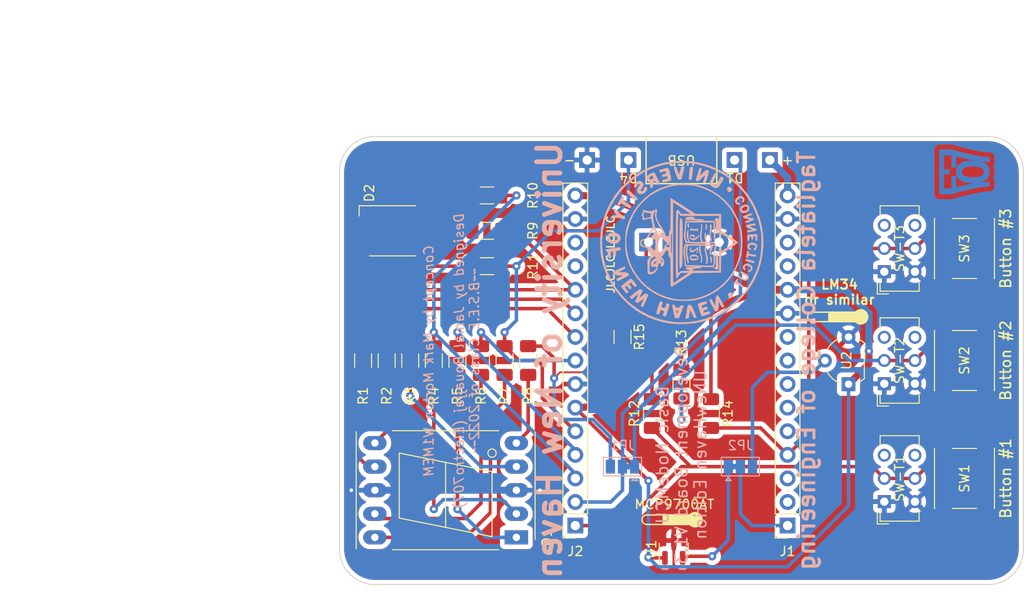
<source format=kicad_pcb>
(kicad_pcb (version 20211014) (generator pcbnew)
  (layers (0 "F.Cu" signal) (31 "B.Cu" signal) (34 "B.Paste" user) (35 "F.Paste" user) (36 "B.SilkS" user "B.Silkscreen") (37 "F.SilkS" user "F.Silkscreen") (38 "B.Mask" user) (39 "F.Mask" user) (44 "Edge.Cuts" user))
  (net 0 "")
  (net 1 "Net-(D1-Pad4)")
  (net 2 "+3V3")
  (net 3 "/BT2")
  (net 4 "/BT1")
  (net 5 "/SEGG")
  (net 6 "/SEGF")
  (net 7 "/SEGE")
  (net 8 "/SEGD")
  (net 9 "/SEGC")
  (net 10 "/SEGB")
  (net 11 "/SEGA")
  (net 12 "GND")
  (net 13 "Net-(D1-Pad2)")
  (net 14 "Net-(BZ1-Pad1)")
  (net 21 "Net-(D1-Pad5)")
  (net 22 "/TEMP")
  (net 23 "Net-(D1-Pad1)")
  (net 27 "Net-(D1-Pad9)")
  (net 28 "Net-(D1-Pad10)")
  (net 29 "Net-(D2-Pad4)")
  (net 30 "Net-(D2-Pad5)")
  (net 33 "Net-(D2-Pad6)")
  (net 34 "/BT3")
  (net 35 "Net-(D1-Pad7)")
  (net 36 "Net-(D1-Pad6)")
  (net 37 "/SEGDP")
  (net 38 "/IO-C1")
  (net 39 "Net-(JP2-Pad3)")
  (net 40 "Net-(JP2-Pad1)")
  (net 41 "/VIN")
  (footprint "CustomFootprints:SingleExternalWire" (layer "F.Cu") (at 207.645 29.845)
    (fp_text reference "J5" hide)
    (fp_text value "Conn_01x01_Female")
    (pad "1" thru_hole rect (at 0 0) (size 1.7 1.7) (drill 1) (layers *.Cu *.Mask) (net 38 "/IO-C1"))
  )
  (footprint "Resistor_SMD:R_1206_3216Metric_Pad1.30x1.75mm_HandSolder" (layer "F.Cu") (at 170.18 51.435 -90)
    (fp_text reference "R2" (at 3.81 0 90) (layer "F.SilkS"))
    (fp_text value "330")
    (pad "1" smd roundrect locked (at -1.55 0 270) (size 1.3 1.75) (layers "F.Cu" "F.Paste" "F.Mask") (roundrect_rratio 0.1923076923) (net 10 "/SEGB"))
    (pad "2" smd roundrect locked (at 1.55 0 270) (size 1.3 1.75) (layers "F.Cu" "F.Paste" "F.Mask") (roundrect_rratio 0.1923076923) (net 36 "Net-(D1-Pad6)"))
  )
  (footprint "Resistor_SMD:R_1206_3216Metric_Pad1.30x1.75mm_HandSolder" (layer "F.Cu") (at 180.975 37.465 180)
    (fp_text reference "R9" (at -4.953 0 90) (layer "F.SilkS"))
    (fp_text value "330")
    (pad "1" smd roundrect locked (at -1.55 0 180) (size 1.3 1.75) (layers "F.Cu" "F.Paste" "F.Mask") (roundrect_rratio 0.1923076923) (net 11 "/SEGA"))
    (pad "2" smd roundrect locked (at 1.55 0 180) (size 1.3 1.75) (layers "F.Cu" "F.Paste" "F.Mask") (roundrect_rratio 0.1923076923) (net 30 "Net-(D2-Pad5)"))
  )
  (footprint "Resistor_SMD:R_1206_3216Metric_Pad1.30x1.75mm_HandSolder" (layer "F.Cu") (at 182.88 51.435 -90)
    (fp_text reference "R7" (at 3.81 0 90) (layer "F.SilkS"))
    (fp_text value "330")
    (pad "1" smd roundrect locked (at -1.55 0 270) (size 1.3 1.75) (layers "F.Cu" "F.Paste" "F.Mask") (roundrect_rratio 0.1923076923) (net 5 "/SEGG"))
    (pad "2" smd roundrect locked (at 1.55 0 270) (size 1.3 1.75) (layers "F.Cu" "F.Paste" "F.Mask") (roundrect_rratio 0.1923076923) (net 28 "Net-(D1-Pad10)"))
  )
  (footprint "Logo:NPN_6x6mm" (layer "F.Cu") (at 220.98 31.115 90)
    (fp_text reference "Ref**" hide)
    (fp_text value "Val**" hide)
  )
  (footprint "Button_Switch_SMD:SW_Push_1P1T_NO_6x6mm_H9.5mm" (layer "F.Cu") (at 232.41 39.37 90)
    (fp_text reference "SW3" (at 0 0 90) (layer "F.SilkS"))
    (fp_text value "SW_Push")
    (pad "1" smd rect locked (at -3.975 -2.25 90) (size 1.55 1.3) (layers "F.Cu" "F.Paste" "F.Mask") (net 34 "/BT3"))
    (pad "1" smd rect locked (at 3.975 -2.25 90) (size 1.55 1.3) (layers "F.Cu" "F.Paste" "F.Mask") (net 34 "/BT3"))
    (pad "2" smd rect locked (at -3.975 2.25 90) (size 1.55 1.3) (layers "F.Cu" "F.Paste" "F.Mask") (net 12 "GND"))
    (pad "2" smd rect locked (at 3.975 2.25 90) (size 1.55 1.3) (layers "F.Cu" "F.Paste" "F.Mask") (net 12 "GND"))
  )
  (footprint "Button_Switch_THT:SW_CuK_JS202011CQN_DPDT_Straight" (layer "F.Cu") (at 223.775 66.635 90)
    (fp_text reference "SW-T1" (at 2.5 1.65 90) (layer "F.SilkS"))
    (fp_text value "SW_Push_DPDT")
    (pad "1" thru_hole rect locked (at 0 0 90) (size 1.4 1.4) (drill 0.9) (layers *.Cu *.Mask) (net 12 "GND"))
    (pad "2" thru_hole circle locked (at 2.5 0 90) (size 1.4 1.4) (drill 0.9) (layers *.Cu *.Mask) (net 4 "/BT1"))
    (pad "3" thru_hole circle locked (at 5 0 90) (size 1.4 1.4) (drill 0.9) (layers *.Cu *.Mask))
    (pad "4" thru_hole circle locked (at 0 3.3 90) (size 1.4 1.4) (drill 0.9) (layers *.Cu *.Mask) (net 12 "GND"))
    (pad "5" thru_hole circle locked (at 2.5 3.3 90) (size 1.4 1.4) (drill 0.9) (layers *.Cu *.Mask) (net 4 "/BT1"))
    (pad "6" thru_hole circle locked (at 5 3.3 90) (size 1.4 1.4) (drill 0.9) (layers *.Cu *.Mask))
  )
  (footprint "Resistor_SMD:R_1206_3216Metric_Pad1.30x1.75mm_HandSolder" (layer "F.Cu") (at 198.755 57.15 -90)
    (fp_text reference "R12" (at 0 1.905 90) (layer "F.SilkS"))
    (fp_text value "1k")
    (pad "1" smd roundrect locked (at -1.55 0 270) (size 1.3 1.75) (layers "F.Cu" "F.Paste" "F.Mask") (roundrect_rratio 0.1923076923) (net 2 "+3V3"))
    (pad "2" smd roundrect locked (at 1.55 0 270) (size 1.3 1.75) (layers "F.Cu" "F.Paste" "F.Mask") (roundrect_rratio 0.1923076923) (net 4 "/BT1"))
  )
  (footprint "Resistor_SMD:R_1206_3216Metric_Pad1.30x1.75mm_HandSolder" (layer "F.Cu") (at 172.72 51.435 -90)
    (fp_text reference "R3" (at 3.81 0 90) (layer "F.SilkS"))
    (fp_text value "330")
    (pad "1" smd roundrect locked (at -1.55 0 270) (size 1.3 1.75) (layers "F.Cu" "F.Paste" "F.Mask") (roundrect_rratio 0.1923076923) (net 9 "/SEGC"))
    (pad "2" smd roundrect locked (at 1.55 0 270) (size 1.3 1.75) (layers "F.Cu" "F.Paste" "F.Mask") (roundrect_rratio 0.1923076923) (net 1 "Net-(D1-Pad4)"))
  )
  (footprint "Package_TO_SOT_THT:TO-92L_Wide" (layer "F.Cu") (at 219.9225 53.985 90)
    (fp_text reference "U2" (at 2.55 -0.2125 90) (layer "F.SilkS"))
    (fp_text value "LM35-LP")
    (pad "1" thru_hole rect locked (at 0 0 90) (size 1.5 1.5) (drill 0.8) (layers *.Cu *.Mask) (net 2 "+3V3"))
    (pad "2" thru_hole circle locked (at 2.54 -2.54 90) (size 1.5 1.5) (drill 0.8) (layers *.Cu *.Mask) (net 39 "Net-(JP2-Pad3)"))
    (pad "3" thru_hole circle locked (at 5.08 0 90) (size 1.5 1.5) (drill 0.8) (layers *.Cu *.Mask) (net 12 "GND"))
  )
  (footprint "Resistor_SMD:R_1206_3216Metric_Pad1.30x1.75mm_HandSolder" (layer "F.Cu") (at 185.42 51.435 -90)
    (fp_text reference "R8" (at 3.81 0 90) (layer "F.SilkS"))
    (fp_text value "330")
    (pad "1" smd roundrect locked (at -1.55 0 270) (size 1.3 1.75) (layers "F.Cu" "F.Paste" "F.Mask") (roundrect_rratio 0.1923076923) (net 37 "/SEGDP"))
    (pad "2" smd roundrect locked (at 1.55 0 270) (size 1.3 1.75) (layers "F.Cu" "F.Paste" "F.Mask") (roundrect_rratio 0.1923076923) (net 21 "Net-(D1-Pad5)"))
  )
  (footprint "Button_Switch_THT:SW_CuK_JS202011CQN_DPDT_Straight" (layer "F.Cu") (at 223.775 41.87 90)
    (fp_text reference "SW-T3" (at 2.5 1.65 90) (layer "F.SilkS"))
    (fp_text value "SW_Push_DPDT")
    (pad "1" thru_hole rect locked (at 0 0 90) (size 1.4 1.4) (drill 0.9) (layers *.Cu *.Mask) (net 12 "GND"))
    (pad "2" thru_hole circle locked (at 2.5 0 90) (size 1.4 1.4) (drill 0.9) (layers *.Cu *.Mask) (net 34 "/BT3"))
    (pad "3" thru_hole circle locked (at 5 0 90) (size 1.4 1.4) (drill 0.9) (layers *.Cu *.Mask))
    (pad "4" thru_hole circle locked (at 0 3.3 90) (size 1.4 1.4) (drill 0.9) (layers *.Cu *.Mask) (net 12 "GND"))
    (pad "5" thru_hole circle locked (at 2.5 3.3 90) (size 1.4 1.4) (drill 0.9) (layers *.Cu *.Mask) (net 34 "/BT3"))
    (pad "6" thru_hole circle locked (at 5 3.3 90) (size 1.4 1.4) (drill 0.9) (layers *.Cu *.Mask))
  )
  (footprint "CustomFootprints:SingleExternalWire" (layer "F.Cu") (at 191.77 29.845)
    (fp_text reference "J4" hide)
    (fp_text value "Conn_01x01_Female")
    (pad "1" thru_hole rect (at 0 0) (size 1.7 1.7) (drill 1) (layers *.Cu *.Mask) (net 12 "GND"))
  )
  (footprint "Package_TO_SOT_SMD:SOT-23" (layer "F.Cu") (at 201.104 71.755 90)
    (fp_text reference "U1" (at 0 -2.4 90) (layer "F.SilkS"))
    (fp_text value "MCP9700AT-ETT")
    (pad "1" smd roundrect locked (at -0.9375 -0.95 90) (size 1.475 0.6) (layers "F.Cu" "F.Paste" "F.Mask") (net 2 "+3V3"))
    (pad "2" smd roundrect locked (at -0.9375 0.95 90) (size 1.475 0.6) (layers "F.Cu" "F.Paste" "F.Mask") (net 40 "Net-(JP2-Pad1)"))
    (pad "3" smd roundrect locked (at 0.9375 0 90) (size 1.475 0.6) (layers "F.Cu" "F.Paste" "F.Mask") (net 12 "GND"))
  )
  (footprint "Resistor_SMD:R_1206_3216Metric_Pad1.30x1.75mm_HandSolder" (layer "F.Cu") (at 205.105 57.15 -90)
    (fp_text reference "R14" (at 0 -1.82 90) (layer "F.SilkS"))
    (fp_text value "1k")
    (pad "1" smd roundrect locked (at -1.55 0 270) (size 1.3 1.75) (layers "F.Cu" "F.Paste" "F.Mask") (roundrect_rratio 0.1923076923) (net 2 "+3V3"))
    (pad "2" smd roundrect locked (at 1.55 0 270) (size 1.3 1.75) (layers "F.Cu" "F.Paste" "F.Mask") (roundrect_rratio 0.1923076923) (net 34 "/BT3"))
  )
  (footprint "Resistor_SMD:R_1206_3216Metric_Pad1.30x1.75mm_HandSolder" (layer "F.Cu") (at 201.93 53.975 -90)
    (fp_text reference "R13" (at -4.445 0 90) (layer "F.SilkS"))
    (fp_text value "1k")
    (pad "1" smd roundrect locked (at -1.55 0 270) (size 1.3 1.75) (layers "F.Cu" "F.Paste" "F.Mask") (roundrect_rratio 0.1923076923) (net 2 "+3V3"))
    (pad "2" smd roundrect locked (at 1.55 0 270) (size 1.3 1.75) (layers "F.Cu" "F.Paste" "F.Mask") (roundrect_rratio 0.1923076923) (net 3 "/BT2"))
  )
  (footprint "Resistor_SMD:R_1206_3216Metric_Pad1.30x1.75mm_HandSolder" (layer "F.Cu") (at 180.975 41.275 180)
    (fp_text reference "R11" (at -4.953 0 90) (layer "F.SilkS"))
    (fp_text value "330")
    (pad "1" smd roundrect locked (at -1.55 0 180) (size 1.3 1.75) (layers "F.Cu" "F.Paste" "F.Mask") (roundrect_rratio 0.1923076923) (net 5 "/SEGG"))
    (pad "2" smd roundrect locked (at 1.55 0 180) (size 1.3 1.75) (layers "F.Cu" "F.Paste" "F.Mask") (roundrect_rratio 0.1923076923) (net 29 "Net-(D2-Pad4)"))
  )
  (footprint "Resistor_SMD:R_1206_3216Metric_Pad1.30x1.75mm_HandSolder" (layer "F.Cu") (at 195.58 48.895 -90)
    (fp_text reference "R15" (at 0 -1.82 90) (layer "F.SilkS"))
    (fp_text value "1k")
    (pad "1" smd roundrect locked (at -1.55 0 270) (size 1.3 1.75) (layers "F.Cu" "F.Paste" "F.Mask") (roundrect_rratio 0.192308) (net 14 "Net-(BZ1-Pad1)"))
    (pad "2" smd roundrect locked (at 1.55 0 270) (size 1.3 1.75) (layers "F.Cu" "F.Paste" "F.Mask") (roundrect_rratio 0.192308) (net 37 "/SEGDP"))
  )
  (footprint "Button_Switch_SMD:SW_Push_1P1T_NO_6x6mm_H9.5mm" (layer "F.Cu") (at 232.41 64.135 90)
    (fp_text reference "SW1" (at 0 0 90) (layer "F.SilkS"))
    (fp_text value "SW_Push")
    (pad "1" smd rect locked (at 3.975 -2.25 90) (size 1.55 1.3) (layers "F.Cu" "F.Paste" "F.Mask") (net 4 "/BT1"))
    (pad "1" smd rect locked (at -3.975 -2.25 90) (size 1.55 1.3) (layers "F.Cu" "F.Paste" "F.Mask") (net 4 "/BT1"))
    (pad "2" smd rect locked (at 3.975 2.25 90) (size 1.55 1.3) (layers "F.Cu" "F.Paste" "F.Mask") (net 12 "GND"))
    (pad "2" smd rect locked (at -3.975 2.25 90) (size 1.55 1.3) (layers "F.Cu" "F.Paste" "F.Mask") (net 12 "GND"))
  )
  (footprint "CustomFootprints:SingleExternalWire" (layer "F.Cu") (at 211.455 29.845)
    (fp_text reference "J3" hide)
    (fp_text value "Conn_01x01_Female")
    (pad "1" thru_hole rect (at 0 0) (size 1.7 1.7) (drill 1) (layers *.Cu *.Mask) (net 41 "/VIN"))
  )
  (footprint "CustomFootprints:SingleExternalWire" (layer "F.Cu") (at 196.215 29.845)
    (fp_text reference "J6" hide)
    (fp_text value "Conn_01x01_Female")
    (pad "1" thru_hole rect (at 0 0) (size 1.7 1.7) (drill 1) (layers *.Cu *.Mask) (net 5 "/SEGG"))
  )
  (footprint "Resistor_SMD:R_1206_3216Metric_Pad1.30x1.75mm_HandSolder" (layer "F.Cu") (at 180.34 51.435 -90)
    (fp_text reference "R6" (at 3.81 0 90) (layer "F.SilkS"))
    (fp_text value "330")
    (pad "1" smd roundrect locked (at -1.55 0 270) (size 1.3 1.75) (layers "F.Cu" "F.Paste" "F.Mask") (roundrect_rratio 0.1923076923) (net 6 "/SEGF"))
    (pad "2" smd roundrect locked (at 1.55 0 270) (size 1.3 1.75) (layers "F.Cu" "F.Paste" "F.Mask") (roundrect_rratio 0.1923076923) (net 27 "Net-(D1-Pad9)"))
  )
  (footprint "Resistor_SMD:R_1206_3216Metric_Pad1.30x1.75mm_HandSolder" (layer "F.Cu") (at 180.975 33.655 180)
    (fp_text reference "R10" (at -4.953 0 90) (layer "F.SilkS"))
    (fp_text value "330")
    (pad "1" smd roundrect locked (at -1.55 0 180) (size 1.3 1.75) (layers "F.Cu" "F.Paste" "F.Mask") (roundrect_rratio 0.1923076923) (net 8 "/SEGD"))
    (pad "2" smd roundrect locked (at 1.55 0 180) (size 1.3 1.75) (layers "F.Cu" "F.Paste" "F.Mask") (roundrect_rratio 0.1923076923) (net 33 "Net-(D2-Pad6)"))
  )
  (footprint "Resistor_SMD:R_1206_3216Metric_Pad1.30x1.75mm_HandSolder" (layer "F.Cu") (at 167.64 51.435 -90)
    (fp_text reference "R1" (at 3.81 0 -90) (layer "F.SilkS"))
    (fp_text value "330")
    (pad "1" smd roundrect locked (at -1.55 0 270) (size 1.3 1.75) (layers "F.Cu" "F.Paste" "F.Mask") (roundrect_rratio 0.1923076923) (net 11 "/SEGA"))
    (pad "2" smd roundrect locked (at 1.55 0 270) (size 1.3 1.75) (layers "F.Cu" "F.Paste" "F.Mask") (roundrect_rratio 0.1923076923) (net 35 "Net-(D1-Pad7)"))
  )
  (footprint "LED_SMD:LED_RGB_5050-6" (layer "F.Cu") (at 170.815 37.465)
    (fp_text reference "D2" (at -2.5 -4.064 270) (layer "F.SilkS"))
    (fp_text value "LED_RGB")
    (pad "1" smd rect locked (at -2.4 -1.7 90) (size 1.1 2) (layers "F.Cu" "F.Paste" "F.Mask") (net 12 "GND"))
    (pad "2" smd rect locked (at -2.4 0 90) (size 1.1 2) (layers "F.Cu" "F.Paste" "F.Mask") (net 12 "GND"))
    (pad "3" smd rect locked (at -2.4 1.7 90) (size 1.1 2) (layers "F.Cu" "F.Paste" "F.Mask") (net 12 "GND"))
    (pad "4" smd rect locked (at 2.4 1.7 90) (size 1.1 2) (layers "F.Cu" "F.Paste" "F.Mask") (net 29 "Net-(D2-Pad4)"))
    (pad "5" smd rect locked (at 2.4 0 90) (size 1.1 2) (layers "F.Cu" "F.Paste" "F.Mask") (net 30 "Net-(D2-Pad5)"))
    (pad "6" smd rect locked (at 2.4 -1.7 90) (size 1.1 2) (layers "F.Cu" "F.Paste" "F.Mask") (net 33 "Net-(D2-Pad6)"))
  )
  (footprint "Connector_PinSocket_2.54mm:PinSocket_1x15_P2.54mm_Vertical" (layer "F.Cu") (at 213.36 69.215 180)
    (fp_text reference "J1" (at 0 -2.77 180) (layer "F.SilkS"))
    (fp_text value "Conn_01x15_Female")
    (pad "1" thru_hole rect locked (at 0 0 180) (size 1.7 1.7) (drill 1) (layers *.Cu *.Mask) (net 22 "/TEMP"))
    (pad "2" thru_hole oval locked (at 0 2.54 180) (size 1.7 1.7) (drill 1) (layers *.Cu *.Mask))
    (pad "3" thru_hole oval locked (at 0 5.08 180) (size 1.7 1.7) (drill 1) (layers *.Cu *.Mask))
    (pad "4" thru_hole oval locked (at 0 7.62 180) (size 1.7 1.7) (drill 1) (layers *.Cu *.Mask) (net 34 "/BT3"))
    (pad "5" thru_hole oval locked (at 0 10.16 180) (size 1.7 1.7) (drill 1) (layers *.Cu *.Mask))
    (pad "6" thru_hole oval locked (at 0 12.7 180) (size 1.7 1.7) (drill 1) (layers *.Cu *.Mask))
    (pad "7" thru_hole oval locked (at 0 15.24 180) (size 1.7 1.7) (drill 1) (layers *.Cu *.Mask))
    (pad "8" thru_hole oval locked (at 0 17.78 180) (size 1.7 1.7) (drill 1) (layers *.Cu *.Mask))
    (pad "9" thru_hole oval locked (at 0 20.32 180) (size 1.7 1.7) (drill 1) (layers *.Cu *.Mask))
    (pad "10" thru_hole oval locked (at 0 22.86 180) (size 1.7 1.7) (drill 1) (layers *.Cu *.Mask) (net 12 "GND"))
    (pad "11" thru_hole oval locked (at 0 25.4 180) (size 1.7 1.7) (drill 1) (layers *.Cu *.Mask) (net 2 "+3V3"))
    (pad "12" thru_hole oval locked (at 0 27.94 180) (size 1.7 1.7) (drill 1) (layers *.Cu *.Mask))
    (pad "13" thru_hole oval locked (at 0 30.48 180) (size 1.7 1.7) (drill 1) (layers *.Cu *.Mask))
    (pad "14" thru_hole oval locked (at 0 33.02 180) (size 1.7 1.7) (drill 1) (layers *.Cu *.Mask) (net 12 "GND"))
    (pad "15" thru_hole oval locked (at 0 35.56 180) (size 1.7 1.7) (drill 1) (layers *.Cu *.Mask) (net 41 "/VIN"))
  )
  (footprint "Connector_PinSocket_2.54mm:PinSocket_1x15_P2.54mm_Vertical" (layer "F.Cu") (at 190.5 69.215 180)
    (fp_text reference "J2" (at 0 -2.77 180) (layer "F.SilkS"))
    (fp_text value "Conn_01x15_Female")
    (pad "1" thru_hole rect locked (at 0 0 180) (size 1.7 1.7) (drill 1) (layers *.Cu *.Mask) (net 4 "/BT1"))
    (pad "2" thru_hole oval locked (at 0 2.54 180) (size 1.7 1.7) (drill 1) (layers *.Cu *.Mask) (net 38 "/IO-C1"))
    (pad "3" thru_hole oval locked (at 0 5.08 180) (size 1.7 1.7) (drill 1) (layers *.Cu *.Mask) (net 8 "/SEGD"))
    (pad "4" thru_hole oval locked (at 0 7.62 180) (size 1.7 1.7) (drill 1) (layers *.Cu *.Mask) (net 7 "/SEGE"))
    (pad "5" thru_hole oval locked (at 0 10.16 180) (size 1.7 1.7) (drill 1) (layers *.Cu *.Mask) (net 5 "/SEGG"))
    (pad "6" thru_hole oval locked (at 0 12.7 180) (size 1.7 1.7) (drill 1) (layers *.Cu *.Mask) (net 2 "+3V3"))
    (pad "7" thru_hole oval locked (at 0 15.24 180) (size 1.7 1.7) (drill 1) (layers *.Cu *.Mask) (net 12 "GND"))
    (pad "8" thru_hole oval locked (at 0 17.78 180) (size 1.7 1.7) (drill 1) (layers *.Cu *.Mask) (net 6 "/SEGF"))
    (pad "9" thru_hole oval locked (at 0 20.32 180) (size 1.7 1.7) (drill 1) (layers *.Cu *.Mask) (net 9 "/SEGC"))
    (pad "10" thru_hole oval locked (at 0 22.86 180) (size 1.7 1.7) (drill 1) (layers *.Cu *.Mask) (net 10 "/SEGB"))
    (pad "11" thru_hole oval locked (at 0 25.4 180) (size 1.7 1.7) (drill 1) (layers *.Cu *.Mask) (net 11 "/SEGA"))
    (pad "12" thru_hole oval locked (at 0 27.94 180) (size 1.7 1.7) (drill 1) (layers *.Cu *.Mask))
    (pad "13" thru_hole oval locked (at 0 30.48 180) (size 1.7 1.7) (drill 1) (layers *.Cu *.Mask))
    (pad "14" thru_hole oval locked (at 0 33.02 180) (size 1.7 1.7) (drill 1) (layers *.Cu *.Mask) (net 12 "GND"))
    (pad "15" thru_hole oval locked (at 0 35.56 180) (size 1.7 1.7) (drill 1) (layers *.Cu *.Mask) (net 2 "+3V3"))
  )
  (footprint "Resistor_SMD:R_1206_3216Metric_Pad1.30x1.75mm_HandSolder" (layer "F.Cu") (at 175.26 51.435 -90)
    (fp_text reference "R4" (at 3.81 0 90) (layer "F.SilkS"))
    (fp_text value "330")
    (pad "1" smd roundrect locked (at -1.55 0 270) (size 1.3 1.75) (layers "F.Cu" "F.Paste" "F.Mask") (roundrect_rratio 0.1923076923) (net 8 "/SEGD"))
    (pad "2" smd roundrect locked (at 1.55 0 270) (size 1.3 1.75) (layers "F.Cu" "F.Paste" "F.Mask") (roundrect_rratio 0.1923076923) (net 13 "Net-(D1-Pad2)"))
  )
  (footprint "Resistor_SMD:R_1206_3216Metric_Pad1.30x1.75mm_HandSolder" (layer "F.Cu") (at 177.8 51.435 -90)
    (fp_text reference "R5" (at 3.81 0 90) (layer "F.SilkS"))
    (fp_text value "330")
    (pad "1" smd roundrect locked (at -1.55 0 270) (size 1.3 1.75) (layers "F.Cu" "F.Paste" "F.Mask") (roundrect_rratio 0.1923076923) (net 7 "/SEGE"))
    (pad "2" smd roundrect locked (at 1.55 0 270) (size 1.3 1.75) (layers "F.Cu" "F.Paste" "F.Mask") (roundrect_rratio 0.1923076923) (net 23 "Net-(D1-Pad1)"))
  )
  (footprint "Button_Switch_SMD:SW_Push_1P1T_NO_6x6mm_H9.5mm" (layer "F.Cu") (at 232.41 51.435 90)
    (fp_text reference "SW2" (at 0 0 90) (layer "F.SilkS"))
    (fp_text value "SW_Push")
    (pad "1" smd rect locked (at 3.975 -2.25 90) (size 1.55 1.3) (layers "F.Cu" "F.Paste" "F.Mask") (net 3 "/BT2"))
    (pad "1" smd rect locked (at -3.975 -2.25 90) (size 1.55 1.3) (layers "F.Cu" "F.Paste" "F.Mask") (net 3 "/BT2"))
    (pad "2" smd rect locked (at -3.975 2.25 90) (size 1.55 1.3) (layers "F.Cu" "F.Paste" "F.Mask") (net 12 "GND"))
    (pad "2" smd rect locked (at 3.975 2.25 90) (size 1.55 1.3) (layers "F.Cu" "F.Paste" "F.Mask") (net 12 "GND"))
  )
  (footprint "Display_7Segment:7SegmentLED_LTS6760_LTS6780" (layer "F.Cu") (at 184.15 70.485 180)
    (fp_text reference "D1" (at -3.302 0 90) (layer "F.SilkS"))
    (fp_text value "SM420561N")
    (pad "1" thru_hole rect locked (at 0 0 90) (size 1.524 2.524) (drill 0.8) (layers *.Cu *.Mask) (net 23 "Net-(D1-Pad1)"))
    (pad "2" thru_hole oval locked (at 0 2.54 90) (size 1.524 2.524) (drill 0.8) (layers *.Cu *.Mask) (net 13 "Net-(D1-Pad2)"))
    (pad "3" thru_hole oval locked (at 0 5.08 90) (size 1.524 2.524) (drill 0.8) (layers *.Cu *.Mask) (net 12 "GND"))
    (pad "4" thru_hole oval locked (at 0 7.62 90) (size 1.524 2.524) (drill 0.8) (layers *.Cu *.Mask) (net 1 "Net-(D1-Pad4)"))
    (pad "5" thru_hole oval locked (at 0 10.16 90) (size 1.524 2.524) (drill 0.8) (layers *.Cu *.Mask) (net 21 "Net-(D1-Pad5)"))
    (pad "6" thru_hole oval locked (at 15.24 10.16 90) (size 1.524 2.524) (drill 0.8) (layers *.Cu *.Mask) (net 36 "Net-(D1-Pad6)"))
    (pad "7" thru_hole oval locked (at 15.24 7.62 90) (size 1.524 2.524) (drill 0.8) (layers *.Cu *.Mask) (net 35 "Net-(D1-Pad7)"))
    (pad "8" thru_hole oval locked (at 15.24 5.08 90) (size 1.524 2.524) (drill 0.8) (layers *.Cu *.Mask) (net 12 "GND"))
    (pad "9" thru_hole oval locked (at 15.24 2.54 90) (size 1.524 2.524) (drill 0.8) (layers *.Cu *.Mask) (net 27 "Net-(D1-Pad9)"))
    (pad "10" thru_hole oval locked (at 15.24 0 90) (size 1.524 2.524) (drill 0.8) (layers *.Cu *.Mask) (net 28 "Net-(D1-Pad10)"))
  )
  (footprint "Button_Switch_THT:SW_CuK_JS202011CQN_DPDT_Straight" (layer "F.Cu") (at 223.775 53.935 90)
    (fp_text reference "SW-T2" (at 2.5 1.65 90) (layer "F.SilkS"))
    (fp_text value "SW_Push_DPDT")
    (pad "1" thru_hole rect locked (at 0 0 90) (size 1.4 1.4) (drill 0.9) (layers *.Cu *.Mask) (net 12 "GND"))
    (pad "2" thru_hole circle locked (at 2.5 0 90) (size 1.4 1.4) (drill 0.9) (layers *.Cu *.Mask) (net 3 "/BT2"))
    (pad "3" thru_hole circle locked (at 5 0 90) (size 1.4 1.4) (drill 0.9) (layers *.Cu *.Mask))
    (pad "4" thru_hole circle locked (at 0 3.3 90) (size 1.4 1.4) (drill 0.9) (layers *.Cu *.Mask) (net 12 "GND"))
    (pad "5" thru_hole circle locked (at 2.5 3.3 90) (size 1.4 1.4) (drill 0.9) (layers *.Cu *.Mask) (net 3 "/BT2"))
    (pad "6" thru_hole circle locked (at 5 3.3 90) (size 1.4 1.4) (drill 0.9) (layers *.Cu *.Mask))
  )
  (footprint "Logo:NPN_6x6mm" (layer "B.Cu") (at 220.98 71.755 -90)
    (fp_text reference "Ref**" hide)
    (fp_text value "Val**" hide)
  )
  (footprint "Jumper:SolderJumper-3_P1.3mm_Bridged12_Pad1.0x1.5mm" (layer "B.Cu") (at 195.58 62.865 180)
    (fp_text reference "JP1" (at 0 2.286) (layer "B.SilkS") (effects (justify mirror)))
    (fp_text value "SolderJumper_3_Bridged12")
    (fp_poly (pts (xy -0.9 0.3) (xy -0.4 0.3) (xy -0.4 -0.3) (xy -0.9 -0.3)) (layer "B.Cu") (width 0) (fill solid))
    (pad "1" smd rect locked (at -1.3 0 180) (size 1 1.5) (layers "B.Cu" "B.Mask") (net 3 "/BT2"))
    (pad "2" smd rect locked (at 0 0 180) (size 1 1.5) (layers "B.Cu" "B.Mask") (net 38 "/IO-C1"))
    (pad "3" smd rect locked (at 1.3 0 180) (size 1 1.5) (layers "B.Cu" "B.Mask") (net 37 "/SEGDP"))
  )
  (footprint "Jumper:SolderJumper-3_P1.3mm_Bridged12_Pad1.0x1.5mm" (layer "B.Cu") (at 208.28 62.865)
    (fp_text reference "JP2" (at 0 -2.286) (layer "B.SilkS") (effects (justify mirror)))
    (fp_text value "SolderJumper_3_Bridged12")
    (fp_poly (pts (xy -0.9 0.3) (xy -0.4 0.3) (xy -0.4 -0.3) (xy -0.9 -0.3)) (layer "B.Cu") (width 0) (fill solid))
    (pad "1" smd rect (at -1.3 0) (size 1 1.5) (layers "B.Cu" "B.Mask") (net 40 "Net-(JP2-Pad1)"))
    (pad "2" smd rect (at 0 0) (size 1 1.5) (layers "B.Cu" "B.Mask") (net 22 "/TEMP"))
    (pad "3" smd rect (at 1.3 0) (size 1 1.5) (layers "B.Cu" "B.Mask") (net 39 "Net-(JP2-Pad3)"))
  )
  (footprint "Buzzer_Beeper:Buzzer_12x9.5RM7.6" (layer "B.Cu") (at 198.384008 38.6842)
    (fp_text reference "BZ1" hide)
    (fp_text value "Buzzer")
    (pad "1" thru_hole rect (at 0 0) (size 2 2) (drill 1) (layers *.Cu *.Mask) (net 14 "Net-(BZ1-Pad1)"))
    (pad "2" thru_hole circle (at 7.6 0) (size 2 2) (drill 1) (layers *.Cu *.Mask) (net 12 "GND"))
  )
  (footprint "Logo:new_707_logo_6x6.6" (layer "B.Cu") (at 232.41 31.115 -90)
    (fp_text reference "G***" hide)
    (fp_text value "LOGO" hide)
    (fp_poly (pts (xy 2.41819 1.372249) (xy 2.396664 1.305673) (xy 2.379427 1.250958) (xy 2.359666 1.185745) (xy 2.337697 1.111195) (xy 2.313836 1.028468) (xy 2.288401 0.938727) (xy 2.261706 0.843133) (xy 2.23407 0.742846) (xy 2.205808 0.639029) (xy 2.177237 0.532842) (xy 2.148673 0.425447) (xy 2.120432 0.318004) (xy 2.092833 0.211677) (xy 2.066189 0.107624) (xy 2.040819 0.007009) (xy 2.021235 -0.071924) (xy 1.956662 -0.339246) (xy 1.897184 -0.595728) (xy 1.842798 -0.841394) (xy 1.793498 -1.076268) (xy 1.749281 -1.300375) (xy 1.710143 -1.513739) (xy 1.67608 -1.716382) (xy 1.647087 -1.90833) (xy 1.62316 -2.089605) (xy 1.604295 -2.260233) (xy 1.590488 -2.420237) (xy 1.581735 -2.569641) (xy 1.580429 -2.602705) (xy 1.576303 -2.718214) (xy 1.062083 -2.718214) (xy 1.062141 -2.638708) (xy 1.063324 -2.554964) (xy 1.066776 -2.461521) (xy 1.072519 -2.358057) (xy 1.080578 -2.24425) (xy 1.090976 -2.119777) (xy 1.103737 -1.984317) (xy 1.118885 -1.837546) (xy 1.125272 -1.778743) (xy 1.125539 -1.770387) (xy 1.123318 -1.772036) (xy 1.118434 -1.784104) (xy 1.110713 -1.807007) (xy 1.102458 -1.833145) (xy 1.058045 -1.961649) (xy 1.007753 -2.079761) (xy 0.951491 -2.187601) (xy 0.889168 -2.285291) (xy 0.820694 -2.37295) (xy 0.745978 -2.4507) (xy 0.664929 -2.51866) (xy 0.577456 -2.576952) (xy 0.519041 -2.60875) (xy 0.438495 -2.644961) (xy 0.356109 -2.673463) (xy 0.270069 -2.694638) (xy 0.178559 -2.708869) (xy 0.079767 -2.716538) (xy 0 -2.718214) (xy -0.105586 -2.715192) (xy -0.202524 -2.705874) (xy -0.29261 -2.68988) (xy -0.377636 -2.666833) (xy -0.459397 -2.636355) (xy -0.518914 -2.608763) (xy -0.575805 -2.578348) (xy -0.626451 -2.546848) (xy -0.674082 -2.511916) (xy -0.721928 -2.471205) (xy -0.767136 -2.42838) (xy -0.837043 -2.352516) (xy -0.900815 -2.268394) (xy -0.958772 -2.175448) (xy -1.011234 -2.073109) (xy -1.058521 -1.96081) (xy -1.100951 -1.837985) (xy -1.102459 -1.833145) (xy -1.112554 -1.801355) (xy -1.119673 -1.780729) (xy -1.123992 -1.770853) (xy -1.125683 -1.77131) (xy -1.125272 -1.778743) (xy -1.109211 -1.929896) (xy -1.095546 -2.069616) (xy -1.084253 -2.198226) (xy -1.075308 -2.316048) (xy -1.068687 -2.423404) (xy -1.064368 -2.520617) (xy -1.062325 -2.608009) (xy -1.062141 -2.638708) (xy -1.062084 -2.718214) (xy -1.578125 -2.718214) (xy -1.578212 -2.66871) (xy -1.578816 -2.634732) (xy -1.580429 -2.591312) (xy -1.582904 -2.540957) (xy -1.586093 -2.486169) (xy -1.589848 -2.429455) (xy -1.594021 -2.373318) (xy -1.598464 -2.320262) (xy -1.599378 -2.310182) (xy -1.6157 -2.152954) (xy -1.636703 -1.985137) (xy -1.6623 -1.807156) (xy -1.674009 -1.734137) (xy -1.13409 -1.734137) (xy -1.131894 -1.739076) (xy -1.130089 -1.738137) (xy -1.129371 -1.731016) (xy -1.130089 -1.730137) (xy -1.133657 -1.73096) (xy -1.13409 -1.734137) (xy -1.674009 -1.734137) (xy -1.692403 -1.619436) (xy -1.726926 -1.422401) (xy -1.76578 -1.216477) (xy -1.80888 -1.002087) (xy -1.856137 -0.779656) (xy -1.907464 -0.549609) (xy -1.962775 -0.312371) (xy -2.021982 -0.068366) (xy -2.084998 0.181981) (xy -2.151735 0.438246) (xy -2.203089 0.630049) (xy -2.219704 0.690959) (xy -2.237759 0.756343) (xy -2.256807 0.824641) (xy -2.276402 0.894294) (xy -2.296098 0.963742) (xy -2.315448 1.031426) (xy -2.334005 1.095787) (xy -2.351324 1.155264) (xy -2.366958 1.208298) (xy -2.38046 1.25333) (xy -2.391384 1.2888) (xy -2.394035 1.297164) (xy -2.418191 1.372723) (xy -2.418191 2.202173) (xy -1.782141 2.202173) (xy -1.782141 1.39811) (xy -0.462037 1.39811) (xy -0.462037 0.882069) (xy -1.654092 0.882069) (xy -1.633705 0.811564) (xy -1.612682 0.736506) (xy -1.589905 0.650823) (xy -1.565654 0.555718) (xy -1.540209 0.452391) (xy -1.513853 0.342047) (xy -1.486865 0.225886) (xy -1.459526 0.10511) (xy -1.432117 -0.019077) (xy -1.404919 -0.145475) (xy -1.378213 -0.27288) (xy -1.362191 -0.351028) (xy -1.352471 -0.399569) (xy -1.341455 -0.455802) (xy -1.329457 -0.518034) (xy -1.31679 -0.584571) (xy -1.303767 -0.65372) (xy -1.290703 -0.723787) (xy -1.277909 -0.79308) (xy -1.265701 -0.859905) (xy -1.25439 -0.922568) (xy -1.244291 -0.979376) (xy -1.235718 -1.028636) (xy -1.228983 -1.068654) (xy -1.226416 -1.084586) (xy -1.222177 -1.111285) (xy -1.218678 -1.132997) (xy -1.216301 -1.147371) (xy -1.215433 -1.152091) (xy -1.215361 -1.1463) (xy -1.215293 -1.129757) (xy -1.215233 -1.103716) (xy -1.215182 -1.069426) (xy -1.215141 -1.028139) (xy -1.215113 -0.981104) (xy -1.215098 -0.929573) (xy -1.215096 -0.904572) (xy -1.215015 -0.871861) (xy -0.578397 -0.871861) (xy -0.578368 -0.935562) (xy -0.577835 -0.998034) (xy -0.576798 -1.057076) (xy -0.575256 -1.110484) (xy -0.57321 -1.156055) (xy -0.570978 -1.188094) (xy -0.556224 -1.321629) (xy -0.536432 -1.444449) (xy -0.511613 -1.556531) (xy -0.481779 -1.657853) (xy -0.446943 -1.748394) (xy -0.407116 -1.82813) (xy -0.36231 -1.89704) (xy -0.312538 -1.955102) (xy -0.25781 -2.002293) (xy -0.198138 -2.038592) (xy -0.133536 -2.063975) (xy -0.09602 -2.073253) (xy -0.050254 -2.07936) (xy 0.001035 -2.081273) (xy 0.052118 -2.078981) (xy 0.09136 -2.073667) (xy 0.159442 -2.054712) (xy 0.222489 -2.024867) (xy 0.2805 -1.984133) (xy 0.333473 -1.932515) (xy 0.381405 -1.870017) (xy 0.424295 -1.796641) (xy 0.452373 -1.734137) (xy 1.128089 -1.734137) (xy 1.130284 -1.739076) (xy 1.132089 -1.738137) (xy 1.132807 -1.731016) (xy 1.132089 -1.730137) (xy 1.128522 -1.73096) (xy 1.128089 -1.734137) (xy 0.452373 -1.734137) (xy 0.462142 -1.712392) (xy 0.494942 -1.617273) (xy 0.522695 -1.511286) (xy 0.545397 -1.394437) (xy 0.563049 -1.266728) (xy 0.570935 -1.188094) (xy 0.573405 -1.151406) (xy 0.575377 -1.104927) (xy 0.576849 -1.050857) (xy 0.577823 -0.991397) (xy 0.578297 -0.928746) (xy 0.578272 -0.865104) (xy 0.577749 -0.802671) (xy 0.576726 -0.743647) (xy 0.575204 -0.690232) (xy 0.573183 -0.644626) (xy 0.570935 -0.612049) (xy 0.556355 -0.479006) (xy 0.536862 -0.356852) (xy 0.512432 -0.245519) (xy 0.48304 -0.144936) (xy 0.448665 -0.055034) (xy 0.409281 0.024256) (xy 0.364867 0.093006) (xy 0.315398 0.151283) (xy 0.31284 0.153874) (xy 0.257941 0.201361) (xy 0.198552 0.237786) (xy 0.134369 0.263275) (xy 0.06509 0.277952) (xy 0 0.282022) (xy -0.074317 0.276576) (xy -0.143596 0.260237) (xy -0.207838 0.233005) (xy -0.267042 0.194882) (xy -0.321209 0.145866) (xy -0.370339 0.085958) (xy -0.414431 0.015158) (xy -0.453485 -0.066535) (xy -0.487502 -0.159119) (xy -0.516481 -0.262595) (xy -0.540422 -0.376962) (xy -0.559325 -0.502222) (xy -0.570978 -0.612049) (xy -0.57347 -0.648842) (xy -0.575458 -0.695424) (xy -0.576942 -0.749589) (xy -0.577922 -0.809136) (xy -0.578397 -0.871861) (xy -1.215015 -0.871861) (xy -1.214898 -0.82518) (xy -1.214226 -0.755741) (xy -1.212967 -0.694214) (xy -1.211005 -0.638555) (xy -1.208226 -0.586722) (xy -1.204515 -0.536674) (xy -1.199758 -0.486368) (xy -1.193839 -0.433761) (xy -1.186645 -0.376812) (xy -1.184599 -0.361397) (xy -1.160031 -0.208353) (xy -1.128529 -0.064457) (xy -1.090144 0.07015) (xy -1.044928 0.195327) (xy -0.992933 0.310934) (xy -0.934209 0.41683) (xy -0.868809 0.512876) (xy -0.8588 0.525945) (xy -0.833528 0.556539) (xy -0.802865 0.590706) (xy -0.769514 0.625669) (xy -0.73618 0.65865) (xy -0.705566 0.68687) (xy -0.687054 0.70242) (xy -0.601033 0.762983) (xy -0.508032 0.814086) (xy -0.408848 0.855413) (xy -0.304273 0.886649) (xy -0.195102 0.907477) (xy -0.160749 0.911739) (xy -0.123095 0.914741) (xy -0.076914 0.916737) (xy -0.025639 0.917727) (xy 0.027298 0.917711) (xy 0.078465 0.916689) (xy 0.124429 0.914662) (xy 0.160749 0.911739) (xy 0.273215 0.893972) (xy 0.379749 0.865814) (xy 0.480274 0.827347) (xy 0.574716 0.778654) (xy 0.663001 0.719817) (xy 0.745051 0.65092) (xy 0.820794 0.572043) (xy 0.890153 0.483272) (xy 0.953054 0.384687) (xy 1.009422 0.276372) (xy 1.059181 0.158409) (xy 1.102256 0.03088) (xy 1.138573 -0.10613) (xy 1.155145 -0.183015) (xy 1.169905 -0.261514) (xy 1.182255 -0.337648) (xy 1.192356 -0.413346) (xy 1.20037 -0.490535) (xy 1.206457 -0.571143) (xy 1.210779 -0.657099) (xy 1.213496 -0.750329) (xy 1.214769 -0.852763) (xy 1.214912 -0.8989) (xy 1.215095 -1.152749) (xy 1.225683 -1.087915) (xy 1.243951 -0.979149) (xy 1.264227 -0.864046) (xy 1.28626 -0.743771) (xy 1.3098 -0.61949) (xy 1.334598 -0.492369) (xy 1.360403 -0.363574) (xy 1.386966 -0.234271) (xy 1.414036 -0.105625) (xy 1.441363 0.021197) (xy 1.468697 0.145031) (xy 1.495789 0.264709) (xy 1.522388 0.379067) (xy 1.548244 0.486938) (xy 1.573107 0.587156) (xy 1.596728 0.678556) (xy 1.618856 0.759972) (xy 1.631333 0.803615) (xy 1.654266 0.882069) (xy 0.462036 0.882069) (xy 0.462036 1.39811) (xy 1.78214 1.39811) (xy 1.78214 2.202173) (xy 0.25802 2.202173) (xy 0.25802 1.602126) (xy -0.258021 1.602126) (xy -0.258021 2.202173) (xy -1.782141 2.202173) (xy -2.418191 2.202173) (xy -2.418191 2.718214) (xy 2.41819 2.718214) (xy 2.41819 1.372249)) (layer "B.Cu") (width 0.01) (fill solid))
  )
  (footprint "LOGO" (layer "B.Cu") (at 201.93 38.735 -90)
    (fp_text reference "G***" hide)
    (fp_text value "LOGO" hide)
  )
  (gr_arc (start 216.027 47.244) (mid 215.519 46.736) (end 216.027 46.228) (layer "F.SilkS") (width 0.15))
  (gr_circle (center 203.3905 68.58) (end 203.3905 67.818) (layer "F.SilkS") (width 0.15) (fill solid))
  (gr_arc (start 198.1835 69.088) (mid 197.6755 68.58) (end 198.1835 68.072) (layer "F.SilkS") (width 0.15))
  (gr_line (start 216.027 47.244) (end 220.853 47.244) (layer "F.SilkS") (width 0.15))
  (gr_line (start 205.74 32.385) (end 205.74 27.305) (layer "F.SilkS") (width 0.15))
  (gr_line (start 198.1835 68.072) (end 203.1365 68.072) (layer "F.SilkS") (width 0.15))
  (gr_circle (center 221.234 46.736) (end 221.234 45.974) (layer "F.SilkS") (width 0.15) (fill solid))
  (gr_line (start 216.027 46.228) (end 220.98 46.228) (layer "F.SilkS") (width 0.15))
  (gr_line (start 198.12 32.385) (end 205.74 32.385) (layer "F.SilkS") (width 0.15))
  (gr_line (start 198.12 27.305) (end 198.12 32.385) (layer "F.SilkS") (width 0.15))
  (gr_rect (start 199.9615 69.088) (end 203.3905 68.072) (layer "F.SilkS") (width 0.15) (fill solid))
  (gr_line (start 198.1835 69.088) (end 203.0095 69.088) (layer "F.SilkS") (width 0.15))
  (gr_rect (start 217.805 47.244) (end 221.234 46.228) (layer "F.SilkS") (width 0.15) (fill solid))
  (gr_arc (start 234.95 27.305) (mid 237.644077 28.420923) (end 238.76 31.115) (layer "Edge.Cuts") (width 0.1))
  (gr_line (start 234.95 27.305) (end 168.91 27.305) (layer "Edge.Cuts") (width 0.1))
  (gr_arc (start 238.76 71.755) (mid 237.644077 74.449077) (end 234.95 75.565) (layer "Edge.Cuts") (width 0.1))
  (gr_line (start 238.76 71.755) (end 238.76 31.115) (layer "Edge.Cuts") (width 0.1))
  (gr_arc (start 165.1 31.115) (mid 166.215923 28.420923) (end 168.91 27.305) (layer "Edge.Cuts") (width 0.1))
  (gr_line (start 168.91 75.565) (end 234.95 75.565) (layer "Edge.Cuts") (width 0.1))
  (gr_arc (start 168.91 75.565) (mid 166.215923 74.449077) (end 165.1 71.755) (layer "Edge.Cuts") (width 0.1))
  (gr_line (start 165.1 31.115) (end 165.1 71.755) (layer "Edge.Cuts") (width 0.1))
  (gr_text "Basic NodeMCU\nDevelopment Board V1.3\nUNewHaven Edition" (at 201.93 61.595 90) (layer "B.SilkS") (effects (font (size 1.27 1.27) (thickness 0.1778)) (justify mirror)))
  (gr_text "University of New Haven" (at 187.706 51.435 90) (layer "B.SilkS") (effects (font (size 2.54 2.54) (thickness 0.508)) (justify mirror)))
  (gr_text "Concept by Mark Morton W1MEM\n\nDesigned by Jamal Bouajjaj (Electro707)\n~~B.S.E.E Class of 2022~~" (at 177.165 51.435 90) (layer "B.SilkS") (effects (font (size 1.016 1.016) (thickness 0.1524) italic) (justify mirror)))
  (gr_text "Tagliatela College of Engineering" (at 215.392 51.435 90) (layer "B.SilkS") (effects (font (size 1.778 1.778) (thickness 0.3302)) (justify mirror)))
  (gr_text "-" (at 189.865 29.845) (layer "F.SilkS") (effects (font (size 1 1))))
  (gr_text "+" (at 213.36 29.845) (layer "F.SilkS") (effects (font (size 1 1))))
  (gr_text "Button #1" (at 236.855 64.135 90) (layer "F.SilkS") (effects (font (size 1.143 1.143) (thickness 0.1778))))
  (gr_text "Button #2" (at 236.855 51.435 90) (layer "F.SilkS") (effects (font (size 1.143 1.143) (thickness 0.1778))))
  (gr_text "USB" (at 201.93 29.845 180) (layer "F.SilkS") (effects (font (size 1 1))))
  (gr_text "JLCJLCJLCJLC" (at 194.31 40.005 90) (layer "F.SilkS") (effects (font (size 0.8128 0.8128) (thickness 0.1524))))
  (gr_text "D1" (at 207.645 31.75 180) (layer "F.SilkS") (effects (font (size 1 1))))
  (gr_text "Button #3" (at 236.855 39.37 90) (layer "F.SilkS") (effects (font (size 1.143 1.143) (thickness 0.1778))))
  (gr_text "D4" (at 196.215 31.75 180) (layer "F.SilkS") (effects (font (size 1 1))))
  (gr_text "LM34\nor similar" (at 218.948 44.069) (layer "F.SilkS") (effects (font (size 1.016 1.016) (thickness 0.2032))))
  (gr_text "MCP9700AT" (at 201.168 66.929) (layer "F.SilkS") (effects (font (size 1 1))))
  (segment (start 172.72 52.985) (end 172.72 55.245) (width 0.381) (layer "F.Cu") (net 1))
  (via (at 172.72 55.245) (size 0.889) (drill 0.381) (layers "F.Cu" "B.Cu") (net 1))
  (segment (start 184.15 62.865) (end 180.34 62.865) (width 0.381) (layer "B.Cu") (net 1))
  (segment (start 180.34 62.865) (end 172.72 55.245) (width 0.381) (layer "B.Cu") (net 1))
  (segment (start 199.898 50.927) (end 202.519871 48.305129) (width 0.762) (layer "F.Cu") (net 2))
  (segment (start 222.123 51.7845) (end 219.9225 53.985) (width 0.762) (layer "F.Cu") (net 2))
  (segment (start 198.755 55.6) (end 198.755 52.07) (width 0.381) (layer "F.Cu") (net 2))
  (segment (start 222.123 50.419) (end 222.123 51.7845) (width 0.762) (layer "F.Cu") (net 2))
  (segment (start 200.154 72.6925) (end 198.4225 72.6925) (width 0.381) (layer "F.Cu") (net 2))
  (segment (start 201.340128 38.145128) (end 202.519871 39.324871) (width 0.762) (layer "F.Cu") (net 2))
  (segment (start 201.93 52.425) (end 201.93 48.895) (width 0.381) (layer "F.Cu") (net 2))
  (segment (start 190.5 56.515) (end 198.374 64.388998) (width 0.381) (layer "F.Cu") (net 2))
  (segment (start 197.004077 53.820923) (end 199.898 50.927) (width 0.762) (layer "F.Cu") (net 2))
  (segment (start 205.105 55.6) (end 205.105 46.228) (width 0.381) (layer "F.Cu") (net 2))
  (segment (start 198.4225 72.6925) (end 198.374 72.644) (width 0.381) (layer "F.Cu") (net 2))
  (via (at 198.374 72.644) (size 0.889) (drill 0.381) (layers "F.Cu" "B.Cu") (net 2))
  (via (at 222.123 50.419) (size 0.889) (drill 0.381) (layers "F.Cu" "B.Cu") (net 2))
  (via (at 198.374 64.388998) (size 0.889) (drill 0.381) (layers "F.Cu" "B.Cu") (net 2))
  (arc (start 190.5 33.655) (mid 196.366635 34.821946) (end 201.340128 38.145128) (width 0.762) (layer "F.Cu") (net 2))
  (arc (start 190.5 56.515) (mid 194.019981 55.814832) (end 197.004077 53.820923) (width 0.762) (layer "F.Cu") (net 2))
  (arc (start 202.519871 39.324871) (mid 207.493364 42.648054) (end 213.36 43.815) (width 0.762) (layer "F.Cu") (net 2))
  (arc (start 202.519871 48.305129) (mid 207.493364 44.981947) (end 213.36 43.815) (width 0.762) (layer "F.Cu") (net 2))
  (segment (start 213.36 73.66) (end 219.9225 67.0975) (width 0.381) (layer "B.Cu") (net 2))
  (segment (start 220.472 44.704) (end 222.123 46.355) (width 0.762) (layer "B.Cu") (net 2))
  (segment (start 198.374 72.644) (end 198.374 64.388998) (width 0.381) (layer "B.Cu") (net 2))
  (segment (start 213.36 43.815) (end 219.583 43.815) (width 0.762) (layer "B.Cu") (net 2))
  (segment (start 219.583 43.815) (end 220.472 44.704) (width 0.762) (layer "B.Cu") (net 2))
  (segment (start 222.123 46.355) (end 222.123 50.419) (width 0.762) (layer "B.Cu") (net 2))
  (segment (start 198.374 72.644) (end 199.39 73.66) (width 0.381) (layer "B.Cu") (net 2))
  (segment (start 199.39 73.66) (end 213.36 73.66) (width 0.381) (layer "B.Cu") (net 2))
  (segment (start 219.9225 67.0975) (end 219.9225 53.985) (width 0.381) (layer "B.Cu") (net 2))
  (segment (start 201.93 55.525) (end 201.93 57.785) (width 0.381) (layer "F.Cu") (net 3))
  (segment (start 223.775 51.435) (end 227.075 51.435) (width 0.381) (layer "F.Cu") (net 3))
  (segment (start 230.16 48.35) (end 230.16 47.46) (width 0.381) (layer "F.Cu") (net 3))
  (segment (start 230.16 47.46) (end 230.16 55.41) (width 0.381) (layer "F.Cu") (net 3))
  (segment (start 227.075 51.435) (end 230.16 48.35) (width 0.381) (layer "F.Cu") (net 3))
  (via (at 201.93 57.785) (size 0.889) (drill 0.381) (layers "F.Cu" "B.Cu") (net 3))
  (segment (start 219.964 51.435) (end 216.154 47.625) (width 0.381) (layer "B.Cu") (net 3))
  (segment (start 207.772 47.625) (end 203.2 52.197) (width 0.381) (layer "B.Cu") (net 3))
  (segment (start 201.93 53.467) (end 203.2 52.197) (width 0.381) (layer "B.Cu") (net 3))
  (segment (start 223.775 51.435) (end 219.964 51.435) (width 0.381) (layer "B.Cu") (net 3))
  (segment (start 216.154 47.625) (end 207.772 47.625) (width 0.381) (layer "B.Cu") (net 3))
  (segment (start 201.93 57.785) (end 201.93 53.467) (width 0.381) (layer "B.Cu") (net 3))
  (segment (start 203.2 52.197) (end 196.88 58.517) (width 0.381) (layer "B.Cu") (net 3))
  (segment (start 196.88 58.517) (end 196.88 62.865) (width 0.381) (layer "B.Cu") (net 3))
  (segment (start 202.92 62.865) (end 222.505 62.865) (width 0.381) (layer "F.Cu") (net 4))
  (segment (start 227.075 64.135) (end 230.16 61.05) (width 0.381) (layer "F.Cu") (net 4))
  (segment (start 198.755 58.7) (end 202.92 62.865) (width 0.381) (layer "F.Cu") (net 4))
  (segment (start 227.075 64.135) (end 223.775 64.135) (width 0.381) (layer "F.Cu") (net 4))
  (segment (start 190.5 69.215) (end 195.58 69.215) (width 0.381) (layer "F.Cu") (net 4))
  (segment (start 222.505 62.865) (end 223.775 64.135) (width 0.381) (layer "F.Cu") (net 4))
  (segment (start 230.16 61.05) (end 230.16 60.16) (width 0.381) (layer "F.Cu") (net 4))
  (segment (start 201.93 62.865) (end 202.946 62.865) (width 0.381) (layer "F.Cu") (net 4))
  (segment (start 230.16 60.16) (end 230.16 68.11) (width 0.381) (layer "F.Cu") (net 4))
  (segment (start 195.58 69.215) (end 201.93 62.865) (width 0.381) (layer "F.Cu") (net 4))
  (segment (start 182.525 41.275) (end 184.15 41.275) (width 0.381) (layer "F.Cu") (net 5))
  (segment (start 186.94272 55.49772) (end 186.94272 51.94428) (width 0.381) (layer "F.Cu") (net 5))
  (segment (start 182.88 49.885) (end 182.88 48.387) (width 0.381) (layer "F.Cu") (net 5))
  (segment (start 186.43344 51.435) (end 186.94272 51.94428) (width 0.381) (layer "F.Cu") (net 5))
  (segment (start 184.43 51.435) (end 186.43344 51.435) (width 0.381) (layer "F.Cu") (net 5))
  (segment (start 190.5 59.055) (end 186.94272 55.49772) (width 0.381) (layer "F.Cu") (net 5))
  (segment (start 182.88 49.885) (end 184.43 51.435) (width 0.381) (layer "F.Cu") (net 5))
  (via (at 184.15 41.275) (size 0.889) (drill 0.381) (layers "F.Cu" "B.Cu") (net 5))
  (via (at 182.88 48.387) (size 0.889) (drill 0.381) (layers "F.Cu" "B.Cu") (net 5))
  (segment (start 187.96 37.465) (end 184.15 41.275) (width 0.381) (layer "B.Cu") (net 5))
  (segment (start 196.215 34.29) (end 193.04 37.465) (width 0.381) (layer "B.Cu") (net 5))
  (segment (start 184.15 47.117) (end 182.88 48.387) (width 0.381) (layer "B.Cu") (net 5))
  (segment (start 184.15 41.275) (end 184.15 47.117) (width 0.381) (layer "B.Cu") (net 5))
  (segment (start 193.04 37.465) (end 187.96 37.465) (width 0.381) (layer "B.Cu") (net 5))
  (segment (start 196.215 29.845) (end 196.215 34.29) (width 0.381) (layer "B.Cu") (net 5))
  (segment (start 180.34 49.885) (end 180.34 48.387) (width 0.381) (layer "F.Cu") (net 6))
  (via (at 180.34 48.387) (size 0.889) (drill 0.381) (layers "F.Cu" "B.Cu") (net 6))
  (segment (start 190.5 51.435) (end 183.388 51.435) (width 0.381) (layer "B.Cu") (net 6))
  (segment (start 183.388 51.435) (end 180.34 48.387) (width 0.381) (layer "B.Cu") (net 6))
  (segment (start 177.8 49.885) (end 177.8 48.387) (width 0.381) (layer "F.Cu") (net 7))
  (via (at 177.8 48.387) (size 0.889) (drill 0.381) (layers "F.Cu" "B.Cu") (net 7))
  (segment (start 190.5 61.087) (end 177.8 48.387) (width 0.381) (layer "B.Cu") (net 7))
  (segment (start 190.5 61.595) (end 190.5 61.087) (width 0.381) (layer "B.Cu") (net 7))
  (segment (start 175.26 49.885) (end 175.26 48.387) (width 0.381) (layer "F.Cu") (net 8))
  (segment (start 184.15 33.655) (end 182.525 33.655) (width 0.381) (layer "F.Cu") (net 8))
  (via (at 184.15 33.655) (size 0.889) (drill 0.381) (layers "F.Cu" "B.Cu") (net 8))
  (via (at 175.26 48.387) (size 0.889) (drill 0.381) (layers "F.Cu" "B.Cu") (net 8))
  (segment (start 190.5 64.135) (end 190.5 63.627) (width 0.381) (layer "B.Cu") (net 8))
  (segment (start 190.5 63.627) (end 175.26 48.387) (width 0.381) (layer "B.Cu") (net 8))
  (segment (start 175.26 42.545) (end 184.15 33.655) (width 0.381) (layer "B.Cu") (net 8))
  (segment (start 175.26 48.387) (end 175.26 42.545) (width 0.381) (layer "B.Cu") (net 8))
  (segment (start 172.72 47.625) (end 174.498 45.847) (width 0.381) (layer "F.Cu") (net 9))
  (segment (start 174.498 45.847) (end 187.452 45.847) (width 0.381) (layer "F.Cu") (net 9))
  (segment (start 187.452 45.847) (end 190.5 48.895) (width 0.381) (layer "F.Cu") (net 9))
  (segment (start 172.72 47.625) (end 172.72 49.885) (width 0.381) (layer "F.Cu") (net 9))
  (segment (start 170.18 47.625) (end 170.18 49.885) (width 0.381) (layer "F.Cu") (net 10))
  (segment (start 170.18 47.625) (end 172.974 44.831) (width 0.381) (layer "F.Cu") (net 10))
  (segment (start 188.976 44.831) (end 190.5 46.355) (width 0.381) (layer "F.Cu") (net 10))
  (segment (start 172.974 44.831) (end 188.976 44.831) (width 0.381) (layer "F.Cu") (net 10))
  (segment (start 167.64 47.625) (end 167.64 49.885) (width 0.381) (layer "F.Cu") (net 11))
  (segment (start 171.45 43.815) (end 167.64 47.625) (width 0.381) (layer "F.Cu") (net 11))
  (segment (start 184.15 37.465) (end 190.5 43.815) (width 0.381) (layer "F.Cu") (net 11))
  (segment (start 182.525 37.465) (end 184.15 37.465) (width 0.381) (layer "F.Cu") (net 11))
  (segment (start 190.5 43.815) (end 171.45 43.815) (width 0.381) (layer "F.Cu") (net 11))
  (via (at 186.69 65.405) (size 0.889) (drill 0.381) (layers "F.Cu" "B.Cu") (net 12))
  (via (at 166.37 65.405) (size 0.889) (drill 0.381) (layers "F.Cu" "B.Cu") (net 12))
  (segment (start 168.91 65.405) (end 184.15 65.405) (width 0.762) (layer "B.Cu") (net 12))
  (segment (start 175.26 67.437) (end 175.26 52.985) (width 0.381) (layer "F.Cu") (net 13))
  (via (at 175.26 67.437) (size 0.889) (drill 0.381) (layers "F.Cu" "B.Cu") (net 13))
  (segment (start 184.15 67.945) (end 182.626 66.421) (width 0.381) (layer "B.Cu") (net 13))
  (segment (start 182.626 66.421) (end 176.276 66.421) (width 0.381) (layer "B.Cu") (net 13))
  (segment (start 176.276 66.421) (end 175.26 67.437) (width 0.381) (layer "B.Cu") (net 13))
  (segment (start 198.13 44.795) (end 195.58 47.345) (width 0.381) (layer "F.Cu") (net 14))
  (segment (start 198.13 38.735) (end 198.13 44.795) (width 0.381) (layer "F.Cu") (net 14))
  (segment (start 185.42 59.055) (end 184.15 60.325) (width 0.381) (layer "F.Cu") (net 21))
  (segment (start 185.42 52.985) (end 185.42 59.055) (width 0.381) (layer "F.Cu") (net 21))
  (segment (start 208.28 62.865) (end 208.28 67.945) (width 0.381) (layer "B.Cu") (net 22))
  (segment (start 208.28 67.945) (end 209.55 69.215) (width 0.381) (layer "B.Cu") (net 22))
  (segment (start 209.55 69.215) (end 213.36 69.215) (width 0.381) (layer "B.Cu") (net 22))
  (segment (start 177.8 67.437) (end 177.8 52.985) (width 0.381) (layer "F.Cu") (net 23))
  (via (at 177.8 67.437) (size 0.889) (drill 0.381) (layers "F.Cu" "B.Cu") (net 23))
  (segment (start 184.15 70.485) (end 180.848 70.485) (width 0.381) (layer "B.Cu") (net 23))
  (segment (start 180.848 70.485) (end 177.8 67.437) (width 0.381) (layer "B.Cu") (net 23))
  (segment (start 169.418 68.453) (end 178.689 68.453) (width 0.381) (layer "F.Cu") (net 27))
  (segment (start 168.91 67.945) (end 169.418 68.453) (width 0.381) (layer "F.Cu") (net 27))
  (segment (start 178.689 68.453) (end 180.34 66.802) (width 0.381) (layer "F.Cu") (net 27))
  (segment (start 180.34 66.802) (end 180.34 52.985) (width 0.381) (layer "F.Cu") (net 27))
  (segment (start 181.356 57.277) (end 182.88 55.753) (width 0.381) (layer "F.Cu") (net 28))
  (segment (start 177.453554 70.485) (end 178.689 70.485) (width 0.381) (layer "F.Cu") (net 28))
  (segment (start 177.453554 70.485) (end 168.91 70.485) (width 0.381) (layer "F.Cu") (net 28))
  (segment (start 182.88 52.985) (end 182.88 55.245) (width 0.381) (layer "F.Cu") (net 28))
  (segment (start 181.356 67.818) (end 181.356 57.277) (width 0.381) (layer "F.Cu") (net 28))
  (segment (start 182.88 55.753) (end 182.88 55.245) (width 0.381) (layer "F.Cu") (net 28))
  (segment (start 178.689 70.485) (end 181.356 67.818) (width 0.381) (layer "F.Cu") (net 28))
  (segment (start 175.325 41.275) (end 179.425 41.275) (width 0.381) (layer "F.Cu") (net 29))
  (segment (start 173.215 39.165) (end 175.325 41.275) (width 0.381) (layer "F.Cu") (net 29))
  (segment (start 173.215 37.465) (end 179.425 37.465) (width 0.381) (layer "F.Cu") (net 30))
  (segment (start 175.325 33.655) (end 173.215 35.765) (width 0.381) (layer "F.Cu") (net 33))
  (segment (start 179.425 33.655) (end 175.325 33.655) (width 0.381) (layer "F.Cu") (net 33))
  (segment (start 230.16 36.285) (end 230.16 35.395) (width 0.381) (layer "F.Cu") (net 34))
  (segment (start 230.16 35.395) (end 230.16 43.345) (width 0.381) (layer "F.Cu") (net 34))
  (segment (start 223.775 39.37) (end 227.075 39.37) (width 0.381) (layer "F.Cu") (net 34))
  (segment (start 215.646 42.037) (end 218.313 39.37) (width 0.381) (layer "F.Cu") (net 34))
  (segment (start 227.075 39.37) (end 230.16 36.285) (width 0.381) (layer "F.Cu") (net 34))
  (segment (start 210.465 58.7) (end 213.36 61.595) (width 0.381) (layer "F.Cu") (net 34))
  (segment (start 215.646 59.309) (end 215.646 42.037) (width 0.381) (layer "F.Cu") (net 34))
  (segment (start 213.36 61.595) (end 215.646 59.309) (width 0.381) (layer "F.Cu") (net 34))
  (segment (start 205.105 58.7) (end 210.465 58.7) (width 0.381) (layer "F.Cu") (net 34))
  (segment (start 218.313 39.37) (end 223.775 39.37) (width 0.381) (layer "F.Cu") (net 34))
  (segment (start 168.148 62.865) (end 168.91 62.865) (width 0.381) (layer "F.Cu") (net 35))
  (segment (start 167.64 52.985) (end 166.624 54.001) (width 0.381) (layer "F.Cu") (net 35))
  (segment (start 166.624 61.341) (end 168.148 62.865) (width 0.381) (layer "F.Cu") (net 35))
  (segment (start 166.624 54.001) (end 166.624 61.341) (width 0.381) (layer "F.Cu") (net 35))
  (segment (start 168.91 60.325) (end 170.18 59.055) (width 0.381) (layer "F.Cu") (net 36))
  (segment (start 170.18 59.055) (end 170.18 52.985) (width 0.381) (layer "F.Cu") (net 36))
  (segment (start 195.58 50.445) (end 195.58 51.689) (width 0.2) (layer "F.Cu") (net 37))
  (segment (start 188.849 52.705) (end 188.214 53.34) (width 0.2) (layer "F.Cu") (net 37))
  (segment (start 195.58 51.689) (end 194.564 52.705) (width 0.2) (layer "F.Cu") (net 37))
  (segment (start 188.214 51.181) (end 188.214 53.34) (width 0.381) (layer "F.Cu") (net 37))
  (segment (start 185.42 49.885) (end 186.918 49.885) (width 0.381) (layer "F.Cu") (net 37))
  (segment (start 186.918 49.885) (end 188.214 51.181) (width 0.381) (layer "F.Cu") (net 37))
  (segment (start 194.564 52.705) (end 188.849 52.705) (width 0.2) (layer "F.Cu") (net 37))
  (via (at 188.214 53.34) (size 0.889) (drill 0.381) (layers "F.Cu" "B.Cu") (net 37))
  (segment (start 189.23 57.785) (end 188.214 56.769) (width 0.381) (layer "B.Cu") (net 37))
  (segment (start 192.405 57.785) (end 194.28 59.66) (width 0.381) (layer "B.Cu") (net 37))
  (segment (start 192.405 57.785) (end 189.23 57.785) (width 0.381) (layer "B.Cu") (net 37))
  (segment (start 194.28 59.66) (end 194.28 62.865) (width 0.381) (layer "B.Cu") (net 37))
  (segment (start 188.214 56.769) (end 188.214 53.34) (width 0.381) (layer "B.Cu") (net 37))
  (segment (start 208.28 44.45) (end 195.58 57.15) (width 0.381) (layer "B.Cu") (net 38))
  (segment (start 208.28 30.48) (end 208.28 44.45) (width 0.381) (layer "B.Cu") (net 38))
  (segment (start 194.31 66.675) (end 190.5 66.675) (width 0.381) (layer "B.Cu") (net 38))
  (segment (start 207.645 29.845) (end 208.28 30.48) (width 0.381) (layer "B.Cu") (net 38))
  (segment (start 195.58 62.865) (end 195.58 65.405) (width 0.381) (layer "B.Cu") (net 38))
  (segment (start 195.58 57.15) (end 195.58 62.865) (width 0.381) (layer "B.Cu") (net 38))
  (segment (start 195.58 65.405) (end 194.31 66.675) (width 0.381) (layer "B.Cu") (net 38))
  (segment (start 209.58 54.326) (end 211.201 52.705) (width 0.381) (layer "B.Cu") (net 39))
  (segment (start 209.58 62.865) (end 209.58 54.326) (width 0.381) (layer "B.Cu") (net 39))
  (segment (start 216.1225 52.705) (end 217.3825 51.445) (width 0.381) (layer "B.Cu") (net 39))
  (segment (start 211.201 52.705) (end 216.1225 52.705) (width 0.381) (layer "B.Cu") (net 39))
  (segment (start 205.232 72.517) (end 202.2295 72.517) (width 0.381) (layer "F.Cu") (net 40))
  (segment (start 202.2295 72.517) (end 202.054 72.6925) (width 0.381) (layer "F.Cu") (net 40))
  (via (at 205.232 72.517) (size 0.889) (drill 0.381) (layers "F.Cu" "B.Cu") (net 40))
  (segment (start 206.98 62.865) (end 206.98 70.769) (width 0.381) (layer "B.Cu") (net 40))
  (segment (start 206.98 70.769) (end 205.232 72.517) (width 0.381) (layer "B.Cu") (net 40))
  (segment (start 211.455 29.845) (end 213.36 31.75) (width 0.762) (layer "B.Cu") (net 41))
  (segment (start 213.36 31.75) (end 213.36 33.655) (width 0.762) (layer "B.Cu") (net 41))
  (zone (net 12) (net_name "GND") (layers F&B.Cu) (connect_pads (clearance 0.508)) (min_thickness 0.254) (fill yes (thermal_gap 0.508) (thermal_bridge_width 0.508))
    (polygon (pts (xy 238.76 75.565) (xy 165.1 75.565) (xy 165.1 27.305) (xy 238.76 27.305)))
  )
)
</source>
